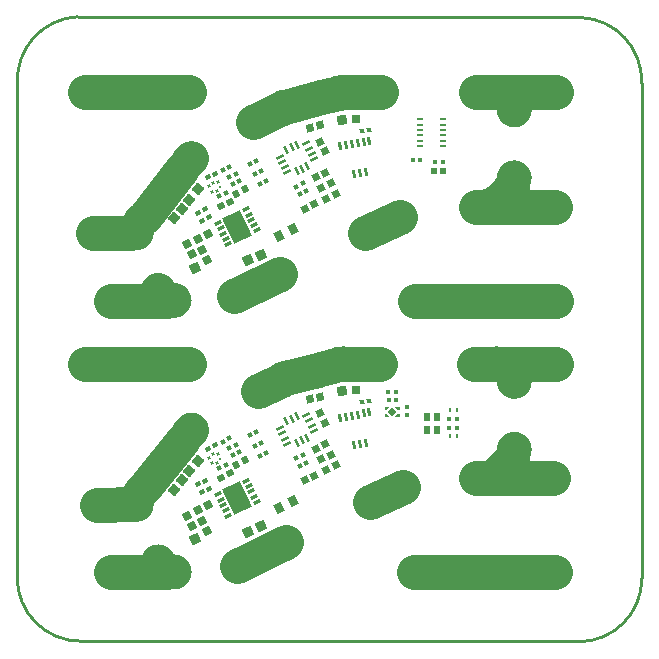
<source format=gtp>
G04*
G04 #@! TF.GenerationSoftware,Altium Limited,Altium Designer,23.2.1 (34)*
G04*
G04 Layer_Color=8421504*
%FSLAX44Y44*%
%MOMM*%
G71*
G04*
G04 #@! TF.SameCoordinates,96D2EB81-E719-42E9-B1B6-D61F4878D9FD*
G04*
G04*
G04 #@! TF.FilePolarity,Positive*
G04*
G01*
G75*
%ADD12O,0.5500X0.2500*%
%ADD13R,0.5500X0.2500*%
%ADD14R,0.4541X0.3627*%
%ADD15R,0.4400X0.3500*%
%ADD16R,0.5600X0.5200*%
G04:AMPARAMS|DCode=17|XSize=1.646mm|YSize=2.384mm|CornerRadius=0mm|HoleSize=0mm|Usage=FLASHONLY|Rotation=206.000|XOffset=0mm|YOffset=0mm|HoleType=Round|Shape=Rectangle|*
%AMROTATEDRECTD17*
4,1,4,0.2172,1.4321,1.2622,-0.7106,-0.2172,-1.4321,-1.2622,0.7106,0.2172,1.4321,0.0*
%
%ADD17ROTATEDRECTD17*%

G04:AMPARAMS|DCode=18|XSize=0.6mm|YSize=0.3mm|CornerRadius=0mm|HoleSize=0mm|Usage=FLASHONLY|Rotation=206.000|XOffset=0mm|YOffset=0mm|HoleType=Round|Shape=Rectangle|*
%AMROTATEDRECTD18*
4,1,4,0.2039,0.2663,0.3354,-0.0033,-0.2039,-0.2663,-0.3354,0.0033,0.2039,0.2663,0.0*
%
%ADD18ROTATEDRECTD18*%

G04:AMPARAMS|DCode=19|XSize=0.27mm|YSize=0.65mm|CornerRadius=0mm|HoleSize=0mm|Usage=FLASHONLY|Rotation=190.000|XOffset=0mm|YOffset=0mm|HoleType=Round|Shape=Rectangle|*
%AMROTATEDRECTD19*
4,1,4,0.0765,0.3435,0.1894,-0.2966,-0.0765,-0.3435,-0.1894,0.2966,0.0765,0.3435,0.0*
%
%ADD19ROTATEDRECTD19*%

G04:AMPARAMS|DCode=20|XSize=0.25mm|YSize=0.65mm|CornerRadius=0mm|HoleSize=0mm|Usage=FLASHONLY|Rotation=190.000|XOffset=0mm|YOffset=0mm|HoleType=Round|Shape=Rectangle|*
%AMROTATEDRECTD20*
4,1,4,0.0667,0.3418,0.1795,-0.2984,-0.0667,-0.3418,-0.1795,0.2984,0.0667,0.3418,0.0*
%
%ADD20ROTATEDRECTD20*%

G04:AMPARAMS|DCode=21|XSize=0.675mm|YSize=0.25mm|CornerRadius=0mm|HoleSize=0mm|Usage=FLASHONLY|Rotation=116.000|XOffset=0mm|YOffset=0mm|HoleType=Round|Shape=Rectangle|*
%AMROTATEDRECTD21*
4,1,4,0.2603,-0.2486,0.0356,-0.3581,-0.2603,0.2486,-0.0356,0.3581,0.2603,-0.2486,0.0*
%
%ADD21ROTATEDRECTD21*%

G04:AMPARAMS|DCode=22|XSize=0.675mm|YSize=0.25mm|CornerRadius=0mm|HoleSize=0mm|Usage=FLASHONLY|Rotation=26.000|XOffset=0mm|YOffset=0mm|HoleType=Round|Shape=Rectangle|*
%AMROTATEDRECTD22*
4,1,4,-0.2486,-0.2603,-0.3581,-0.0356,0.2486,0.2603,0.3581,0.0356,-0.2486,-0.2603,0.0*
%
%ADD22ROTATEDRECTD22*%

G04:AMPARAMS|DCode=23|XSize=0.35mm|YSize=0.4mm|CornerRadius=0mm|HoleSize=0mm|Usage=FLASHONLY|Rotation=296.000|XOffset=0mm|YOffset=0mm|HoleType=Round|Shape=Rectangle|*
%AMROTATEDRECTD23*
4,1,4,-0.2565,0.0696,0.1030,0.2450,0.2565,-0.0696,-0.1030,-0.2450,-0.2565,0.0696,0.0*
%
%ADD23ROTATEDRECTD23*%

G04:AMPARAMS|DCode=24|XSize=0.6587mm|YSize=0.8121mm|CornerRadius=0mm|HoleSize=0mm|Usage=FLASHONLY|Rotation=206.000|XOffset=0mm|YOffset=0mm|HoleType=Round|Shape=Rectangle|*
%AMROTATEDRECTD24*
4,1,4,0.1180,0.5094,0.4740,-0.2206,-0.1180,-0.5094,-0.4740,0.2206,0.1180,0.5094,0.0*
%
%ADD24ROTATEDRECTD24*%

G04:AMPARAMS|DCode=25|XSize=0.64mm|YSize=0.6mm|CornerRadius=0mm|HoleSize=0mm|Usage=FLASHONLY|Rotation=296.000|XOffset=0mm|YOffset=0mm|HoleType=Round|Shape=Rectangle|*
%AMROTATEDRECTD25*
4,1,4,-0.4099,0.1561,0.1294,0.4191,0.4099,-0.1561,-0.1294,-0.4191,-0.4099,0.1561,0.0*
%
%ADD25ROTATEDRECTD25*%

G04:AMPARAMS|DCode=26|XSize=0.64mm|YSize=0.6mm|CornerRadius=0mm|HoleSize=0mm|Usage=FLASHONLY|Rotation=284.000|XOffset=0mm|YOffset=0mm|HoleType=Round|Shape=Rectangle|*
%AMROTATEDRECTD26*
4,1,4,-0.3685,0.2379,0.2137,0.3831,0.3685,-0.2379,-0.2137,-0.3831,-0.3685,0.2379,0.0*
%
%ADD26ROTATEDRECTD26*%

G04:AMPARAMS|DCode=27|XSize=0.64mm|YSize=0.6mm|CornerRadius=0mm|HoleSize=0mm|Usage=FLASHONLY|Rotation=26.000|XOffset=0mm|YOffset=0mm|HoleType=Round|Shape=Rectangle|*
%AMROTATEDRECTD27*
4,1,4,-0.1561,-0.4099,-0.4191,0.1294,0.1561,0.4099,0.4191,-0.1294,-0.1561,-0.4099,0.0*
%
%ADD27ROTATEDRECTD27*%

%ADD28R,0.8000X0.8000*%
G04:AMPARAMS|DCode=29|XSize=0.35mm|YSize=0.44mm|CornerRadius=0mm|HoleSize=0mm|Usage=FLASHONLY|Rotation=116.000|XOffset=0mm|YOffset=0mm|HoleType=Round|Shape=Rectangle|*
%AMROTATEDRECTD29*
4,1,4,0.2745,-0.0609,-0.1210,-0.2537,-0.2745,0.0609,0.1210,0.2537,0.2745,-0.0609,0.0*
%
%ADD29ROTATEDRECTD29*%

G04:AMPARAMS|DCode=30|XSize=0.65mm|YSize=0.7mm|CornerRadius=0mm|HoleSize=0mm|Usage=FLASHONLY|Rotation=116.000|XOffset=0mm|YOffset=0mm|HoleType=Round|Shape=Rectangle|*
%AMROTATEDRECTD30*
4,1,4,0.4571,-0.1387,-0.1721,-0.4455,-0.4571,0.1387,0.1721,0.4455,0.4571,-0.1387,0.0*
%
%ADD30ROTATEDRECTD30*%

G04:AMPARAMS|DCode=31|XSize=0.5mm|YSize=0.6mm|CornerRadius=0mm|HoleSize=0mm|Usage=FLASHONLY|Rotation=206.000|XOffset=0mm|YOffset=0mm|HoleType=Round|Shape=Rectangle|*
%AMROTATEDRECTD31*
4,1,4,0.0932,0.3792,0.3562,-0.1601,-0.0932,-0.3792,-0.3562,0.1601,0.0932,0.3792,0.0*
%
%ADD31ROTATEDRECTD31*%

G04:AMPARAMS|DCode=32|XSize=0.55mm|YSize=0.6mm|CornerRadius=0mm|HoleSize=0mm|Usage=FLASHONLY|Rotation=296.000|XOffset=0mm|YOffset=0mm|HoleType=Round|Shape=Rectangle|*
%AMROTATEDRECTD32*
4,1,4,-0.3902,0.1157,0.1491,0.3787,0.3902,-0.1157,-0.1491,-0.3787,-0.3902,0.1157,0.0*
%
%ADD32ROTATEDRECTD32*%

G04:AMPARAMS|DCode=33|XSize=0.35mm|YSize=0.4mm|CornerRadius=0mm|HoleSize=0mm|Usage=FLASHONLY|Rotation=277.000|XOffset=0mm|YOffset=0mm|HoleType=Round|Shape=Rectangle|*
%AMROTATEDRECTD33*
4,1,4,-0.2198,0.1493,0.1772,0.1981,0.2198,-0.1493,-0.1772,-0.1981,-0.2198,0.1493,0.0*
%
%ADD33ROTATEDRECTD33*%

G04:AMPARAMS|DCode=34|XSize=0.65mm|YSize=0.7mm|CornerRadius=0mm|HoleSize=0mm|Usage=FLASHONLY|Rotation=206.000|XOffset=0mm|YOffset=0mm|HoleType=Round|Shape=Rectangle|*
%AMROTATEDRECTD34*
4,1,4,0.1387,0.4571,0.4455,-0.1721,-0.1387,-0.4571,-0.4455,0.1721,0.1387,0.4571,0.0*
%
%ADD34ROTATEDRECTD34*%

%ADD35P,1.1314X4X161.0*%
%ADD36P,1.1314X4X97.0*%
%ADD37P,1.1314X4X55.0*%
%ADD38P,0.2828X4X251.0*%
G04:AMPARAMS|DCode=39|XSize=0.2mm|YSize=0.2mm|CornerRadius=0mm|HoleSize=0mm|Usage=FLASHONLY|Rotation=206.000|XOffset=0mm|YOffset=0mm|HoleType=Round|Shape=Octagon|*
%AMOCTAGOND39*
4,1,8,-0.1118,0.0011,-0.0680,-0.0888,-0.0011,-0.1118,0.0888,-0.0680,0.1118,-0.0011,0.0680,0.0888,0.0011,0.1118,-0.0888,0.0680,-0.1118,0.0011,0.0*
%
%ADD39OCTAGOND39*%

%ADD41R,0.6000X0.6400*%
%ADD42R,0.3500X0.4000*%
%ADD43R,0.4000X0.3500*%
%ADD44R,0.2500X0.3500*%
%ADD45R,0.1000X0.1000*%
%ADD46P,0.6788X4X180.0*%
%ADD47C,0.2540*%
%ADD48C,3.0000*%
G36*
X57010Y-73857D02*
Y-74557D01*
X53010D01*
Y-72057D01*
X55210D01*
X57010Y-73857D01*
D02*
G37*
G36*
Y-66257D02*
X55210Y-68057D01*
X53010D01*
Y-65557D01*
X57010D01*
Y-66257D01*
D02*
G37*
G36*
X66010Y-74557D02*
X61310D01*
X63810Y-72057D01*
X66010D01*
Y-74557D01*
D02*
G37*
G36*
Y-68057D02*
X63810D01*
X62010Y-66257D01*
Y-65557D01*
X66010D01*
Y-68057D01*
D02*
G37*
D12*
X83011Y177564D02*
D03*
X83009Y173064D02*
D03*
X83010Y168563D02*
D03*
X83009Y164063D02*
D03*
X83009Y159562D02*
D03*
X102609Y155064D02*
D03*
X102610Y177563D02*
D03*
X102611Y173063D02*
D03*
X102611Y168563D02*
D03*
X102610Y164063D02*
D03*
Y159563D02*
D03*
D13*
X83009Y155063D02*
D03*
D14*
X76717Y143563D02*
D03*
X82803Y143563D02*
D03*
D15*
X95760Y141813D02*
D03*
X102260Y141813D02*
D03*
X62760Y-53307D02*
D03*
X56260Y-53307D02*
D03*
X107760Y-75807D02*
D03*
X114260Y-75807D02*
D03*
X107760Y-83557D02*
D03*
X114260Y-83557D02*
D03*
D16*
X94960Y133813D02*
D03*
X102560Y133813D02*
D03*
D17*
X-71740Y86813D02*
D03*
Y-143057D02*
D03*
D18*
X-57657Y88119D02*
D03*
X-59849Y92613D02*
D03*
X-62041Y97107D02*
D03*
X-64233Y101601D02*
D03*
X-85823Y85507D02*
D03*
X-83631Y81013D02*
D03*
X-88015Y90001D02*
D03*
X-81439Y76519D02*
D03*
X-79247Y72025D02*
D03*
X-55465Y83625D02*
D03*
Y-146245D02*
D03*
X-79247Y-157845D02*
D03*
X-81439Y-153351D02*
D03*
X-88015Y-139869D02*
D03*
X-83631Y-148857D02*
D03*
X-85823Y-144363D02*
D03*
X-64233Y-128269D02*
D03*
X-62041Y-132763D02*
D03*
X-59849Y-137257D02*
D03*
X-57657Y-141751D02*
D03*
D19*
X40105Y159377D02*
D03*
X15484Y155036D02*
D03*
X40105Y-70493D02*
D03*
X15484Y-74834D02*
D03*
D20*
X35180Y158509D02*
D03*
X37060Y133455D02*
D03*
X30257Y157641D02*
D03*
X32136Y132586D02*
D03*
X25332Y156773D02*
D03*
X27212Y131718D02*
D03*
X20408Y155904D02*
D03*
X35180Y-71361D02*
D03*
X37060Y-96415D02*
D03*
X30257Y-72229D02*
D03*
X32136Y-97283D02*
D03*
X25332Y-73097D02*
D03*
X27212Y-98152D02*
D03*
X20408Y-73966D02*
D03*
D21*
X-30234Y151871D02*
D03*
X-25740Y154063D02*
D03*
X-21246Y156255D02*
D03*
X-12369Y138054D02*
D03*
X-16863Y135862D02*
D03*
X-21357Y133671D02*
D03*
Y-96200D02*
D03*
X-16863Y-94008D02*
D03*
X-12369Y-91816D02*
D03*
X-21246Y-73615D02*
D03*
X-25740Y-75807D02*
D03*
X-30234Y-77999D02*
D03*
D22*
X-13242Y157238D02*
D03*
X-11050Y152744D02*
D03*
X-8858Y148250D02*
D03*
X-6666Y143756D02*
D03*
X-29361Y132687D02*
D03*
X-31553Y137181D02*
D03*
X-33745Y141675D02*
D03*
X-35937Y146169D02*
D03*
Y-83701D02*
D03*
X-33745Y-88195D02*
D03*
X-31553Y-92689D02*
D03*
X-29361Y-97183D02*
D03*
X-6666Y-86114D02*
D03*
X-8858Y-81620D02*
D03*
X-11050Y-77126D02*
D03*
X-13242Y-72632D02*
D03*
D23*
X-57026Y131204D02*
D03*
X-51453Y133922D02*
D03*
X-61276Y139954D02*
D03*
X-55704Y142672D02*
D03*
X-52776Y122704D02*
D03*
X-47204Y125422D02*
D03*
X-13204Y116922D02*
D03*
X-18776Y114204D02*
D03*
X-16204Y123422D02*
D03*
X-21776Y120704D02*
D03*
X-78454Y137422D02*
D03*
X-84026Y134704D02*
D03*
X-70204Y125672D02*
D03*
X-75776Y122954D02*
D03*
X-73204Y131672D02*
D03*
X-78776Y128954D02*
D03*
X-81454Y115172D02*
D03*
X-87026Y112454D02*
D03*
X-57026Y-98666D02*
D03*
X-51453Y-95948D02*
D03*
X-61276Y-89916D02*
D03*
X-55704Y-87198D02*
D03*
X-52776Y-107166D02*
D03*
X-47204Y-104448D02*
D03*
X-13204Y-112948D02*
D03*
X-18776Y-115666D02*
D03*
X-16204Y-106448D02*
D03*
X-21776Y-109166D02*
D03*
X-78454Y-92448D02*
D03*
X-84026Y-95166D02*
D03*
X-70204Y-104198D02*
D03*
X-75776Y-106916D02*
D03*
X-73204Y-98198D02*
D03*
X-78776Y-100916D02*
D03*
X-81454Y-114698D02*
D03*
X-87026Y-117416D02*
D03*
D24*
X-24464Y84442D02*
D03*
X-36628Y78509D02*
D03*
X-24464Y-145428D02*
D03*
X-36628Y-151361D02*
D03*
D25*
X11465Y114492D02*
D03*
X3555Y110634D02*
D03*
X7215Y123492D02*
D03*
X-695Y119634D02*
D03*
X2715Y132492D02*
D03*
X-5195Y128634D02*
D03*
X-6535Y105742D02*
D03*
X-14445Y101884D02*
D03*
X11465Y-115378D02*
D03*
X3555Y-119236D02*
D03*
X7215Y-106378D02*
D03*
X-695Y-110236D02*
D03*
X2715Y-97378D02*
D03*
X-5195Y-101236D02*
D03*
X-6535Y-124128D02*
D03*
X-14445Y-127986D02*
D03*
D26*
X-1971Y172877D02*
D03*
X-10510Y170749D02*
D03*
X-1971Y-56993D02*
D03*
X-10510Y-59121D02*
D03*
D27*
X2438Y150858D02*
D03*
X-1418Y158768D02*
D03*
X2438Y-79012D02*
D03*
X-1418Y-71102D02*
D03*
D28*
X29010Y178313D02*
D03*
Y-51557D02*
D03*
D29*
X-95465Y94762D02*
D03*
X-101307Y91913D02*
D03*
X-90569Y131488D02*
D03*
X-96411Y128638D02*
D03*
X-98965Y101512D02*
D03*
X-104807Y98663D02*
D03*
X-95465Y-135108D02*
D03*
X-101307Y-137957D02*
D03*
X-90569Y-98382D02*
D03*
X-96411Y-101232D02*
D03*
X-98965Y-128358D02*
D03*
X-104807Y-131207D02*
D03*
D30*
X-105259Y76731D02*
D03*
X-96721Y80895D02*
D03*
X-105259Y-153139D02*
D03*
X-96721Y-148975D02*
D03*
D31*
X-73240Y114813D02*
D03*
X-65151Y118759D02*
D03*
X-73240Y-115057D02*
D03*
X-65151Y-111111D02*
D03*
D32*
X-77920Y107926D02*
D03*
X-85560Y104200D02*
D03*
X-77920Y-121944D02*
D03*
X-85560Y-125670D02*
D03*
D33*
X40087Y168940D02*
D03*
X33934Y168186D02*
D03*
X40087Y-60930D02*
D03*
X33934Y-61684D02*
D03*
D34*
X-97408Y58794D02*
D03*
X-101572Y67332D02*
D03*
X-110158Y63306D02*
D03*
X-114322Y71845D02*
D03*
X-97408Y-171076D02*
D03*
X-101572Y-162538D02*
D03*
X-110158Y-166564D02*
D03*
X-114322Y-158025D02*
D03*
D35*
X-62940Y58363D02*
D03*
X-51940Y63163D02*
D03*
X-107370Y51993D02*
D03*
X-62940Y-171507D02*
D03*
X-51940Y-166707D02*
D03*
X-107370Y-177877D02*
D03*
D36*
X-118740Y101813D02*
D03*
X-124990Y93903D02*
D03*
X-112240Y109813D02*
D03*
X-105240Y118703D02*
D03*
X-118740Y-128057D02*
D03*
X-124990Y-135967D02*
D03*
X-112240Y-120057D02*
D03*
X-105240Y-111167D02*
D03*
D37*
X17128Y177313D02*
D03*
Y-52557D02*
D03*
D38*
X-88987Y116968D02*
D03*
X-93239Y116563D02*
D03*
X-95431Y121056D02*
D03*
X-92493Y124158D02*
D03*
X-88241Y124564D02*
D03*
X-88987Y-112902D02*
D03*
X-93239Y-113307D02*
D03*
X-95431Y-108813D02*
D03*
X-92493Y-105712D02*
D03*
X-88241Y-105307D02*
D03*
D39*
X-86049Y120070D02*
D03*
Y-109801D02*
D03*
D41*
X97260Y-85557D02*
D03*
X88460Y-85557D02*
D03*
X97260Y-74057D02*
D03*
X88460Y-74057D02*
D03*
D42*
X72010Y-66207D02*
D03*
X72010Y-72407D02*
D03*
D43*
X62710Y-60057D02*
D03*
X56510Y-60057D02*
D03*
D44*
X108760Y-90557D02*
D03*
X114260Y-90557D02*
D03*
X108510Y-68807D02*
D03*
X114010Y-68807D02*
D03*
D45*
X64760Y-73307D02*
D03*
Y-66807D02*
D03*
X54260D02*
D03*
Y-73307D02*
D03*
D46*
X59510Y-70057D02*
D03*
D47*
X217171Y-264653D02*
G03*
X270795Y-210819I-118J53742D01*
G01*
X270608Y208316D02*
G03*
X218774Y263901I-53710J1876D01*
G01*
X-207022Y264549D02*
G03*
X-257878Y208067I2813J-53669D01*
G01*
X-258098Y-210417D02*
G03*
X-204355Y-264160I53742J0D01*
G01*
X217171D01*
X270608Y-210819D02*
X270608Y208316D01*
X-207022Y264160D02*
X218774D01*
X-258098Y-210417D02*
Y207992D01*
D48*
X-153419Y91622D02*
G03*
X-157240Y81620I11179J-10002D01*
G01*
X-138751Y-197016D02*
G03*
X-125240Y-205500I13511J6516D01*
G01*
X162760Y185620D02*
G03*
X147760Y200620I-15000J0D01*
G01*
X162760Y185620D02*
G03*
X147760Y200620I-15000J0D01*
G01*
X158367Y117622D02*
G03*
X162760Y128229I-10607J10607D01*
G01*
X158367Y117622D02*
G03*
X162760Y128229I-10607J10607D01*
G01*
X138401Y103870D02*
G03*
X149008Y108263I0J15000D01*
G01*
X138401Y103870D02*
G03*
X149008Y108263I0J15000D01*
G01*
X18291Y200620D02*
G03*
X14505Y200135I0J-15000D01*
G01*
X18291Y200620D02*
G03*
X14490Y200131I0J-15000D01*
G01*
X-31174Y188220D02*
G03*
X-33834Y187253I3771J-14519D01*
G01*
X-31189Y188216D02*
G03*
X-33851Y187245I3786J-14515D01*
G01*
X162760Y-44250D02*
G03*
X147760Y-29250I-15000J0D01*
G01*
X162760Y-44250D02*
G03*
X147760Y-29250I-15000J0D01*
G01*
X158367Y-112248D02*
G03*
X162760Y-101641I-10607J10607D01*
G01*
X138401Y-126000D02*
G03*
X149008Y-121607I0J15000D01*
G01*
X158367Y-112248D02*
G03*
X162760Y-101641I-10607J10607D01*
G01*
X138401Y-126000D02*
G03*
X149008Y-121607I0J15000D01*
G01*
X18291Y-29250D02*
G03*
X14505Y-29735I0J-15000D01*
G01*
X-31174Y-41650D02*
G03*
X-33834Y-42617I3771J-14519D01*
G01*
X18291Y-29250D02*
G03*
X14490Y-29739I0J-15000D01*
G01*
X-31189Y-41654D02*
G03*
X-33851Y-42625I3786J-14515D01*
G01*
X-110483Y144434D02*
G03*
X-112974Y141964I9243J-11814D01*
G01*
X-110491Y144428D02*
G03*
X-112983Y141953I9251J-11808D01*
G01*
X-138751Y32854D02*
G03*
X-125240Y24370I13511J6516D01*
G01*
X-138751Y32854D02*
G03*
X-125240Y24370I13511J6516D01*
G01*
X-110491Y-85442D02*
G03*
X-112983Y-87917I9251J-11808D01*
G01*
X-138751Y-197016D02*
G03*
X-125240Y-205500I13511J6516D01*
G01*
X-153408Y-138236D02*
G03*
X-157240Y-148250I11168J-10014D01*
G01*
X-153419Y-138248D02*
G03*
X-157240Y-148250I11179J-10002D01*
G01*
X78740Y24130D02*
X198120D01*
X-74670Y28109D02*
X-35560Y46990D01*
X-200660Y-29250D02*
X-113030D01*
X-200660Y200620D02*
X-113030D01*
X77470Y-205740D02*
X196850D01*
X-194317Y81357D02*
X-162070Y81520D01*
X130175Y103870D02*
X196850D01*
X130175Y200620D02*
X198120D01*
X128905Y-29250D02*
X198120D01*
X130175Y-126000D02*
X195580D01*
X-190507Y-148513D02*
X-158260Y-148350D01*
X-179070Y24130D02*
X-131590D01*
X-179070Y-205740D02*
X-131590D01*
X16370Y200620D02*
X50165D01*
X14490Y200131D02*
X16370Y200620D01*
X-72390Y-200660D02*
X-30480Y-180340D01*
X-150199Y95216D02*
X-118179Y135428D01*
X-149860Y-133350D02*
X-117560Y-93665D01*
X40666Y-146650D02*
X68367Y-133350D01*
X36376Y81160D02*
X65722Y95250D01*
X18291Y-29250D02*
X48895D01*
X-58169Y175705D02*
X-33851Y187245D01*
X-53863Y-52122D02*
X-33851Y-42625D01*
X149008Y108263D02*
X156950Y116205D01*
X-522Y196215D02*
X14490Y200131D01*
X-31174Y188220D02*
X-522Y196215D01*
X149008Y-121607D02*
X156950Y-113665D01*
X14490Y-29739D02*
X14505Y-29735D01*
X-522Y-33655D02*
X14490Y-29739D01*
X-31174Y-41650D02*
X-3810Y-34513D01*
X-31189Y188216D02*
X-31174Y188220D01*
X-33851Y187245D02*
X-33834Y187253D01*
X-31189Y-41654D02*
X-31174Y-41650D01*
X-33851Y-42625D02*
X-33834Y-42617D01*
M02*

</source>
